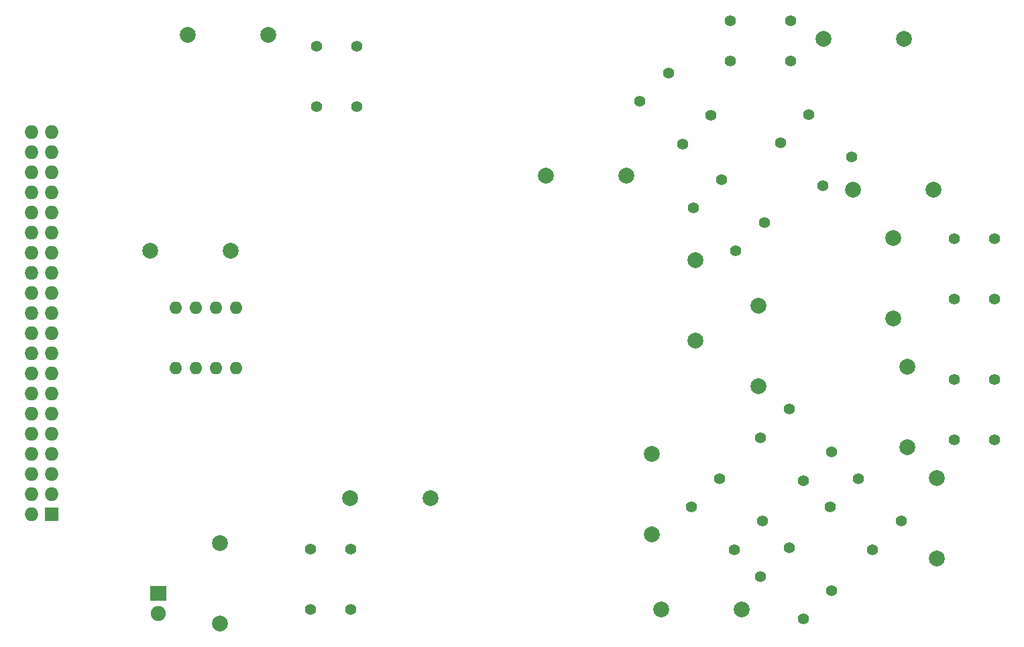
<source format=gbs>
G04 #@! TF.FileFunction,Soldermask,Bot*
%FSLAX46Y46*%
G04 Gerber Fmt 4.6, Leading zero omitted, Abs format (unit mm)*
G04 Created by KiCad (PCBNEW (2015-12-28 BZR 6407, Git 3dff6c0)-product) date Sun 24 Jan 2016 05:08:26 PM EST*
%MOMM*%
G01*
G04 APERTURE LIST*
%ADD10C,0.100000*%
%ADD11R,2.000000X1.900000*%
%ADD12C,1.900000*%
%ADD13O,1.600000X1.600000*%
%ADD14R,1.727200X1.727200*%
%ADD15O,1.727200X1.727200*%
%ADD16C,1.998980*%
%ADD17C,1.397000*%
G04 APERTURE END LIST*
D10*
D11*
X38750000Y-88000000D03*
D12*
X38750000Y-90540000D03*
D13*
X48530000Y-59540000D03*
X45990000Y-59540000D03*
X43450000Y-59540000D03*
X40910000Y-59540000D03*
X40910000Y-51920000D03*
X43450000Y-51920000D03*
X45990000Y-51920000D03*
X48530000Y-51920000D03*
D14*
X25210000Y-78010000D03*
D15*
X22670000Y-78010000D03*
X25210000Y-75470000D03*
X22670000Y-75470000D03*
X25210000Y-72930000D03*
X22670000Y-72930000D03*
X25210000Y-70390000D03*
X22670000Y-70390000D03*
X25210000Y-67850000D03*
X22670000Y-67850000D03*
X25210000Y-65310000D03*
X22670000Y-65310000D03*
X25210000Y-62770000D03*
X22670000Y-62770000D03*
X25210000Y-60230000D03*
X22670000Y-60230000D03*
X25210000Y-57690000D03*
X22670000Y-57690000D03*
X25210000Y-55150000D03*
X22670000Y-55150000D03*
X25210000Y-52610000D03*
X22670000Y-52610000D03*
X25210000Y-50070000D03*
X22670000Y-50070000D03*
X25210000Y-47530000D03*
X22670000Y-47530000D03*
X25210000Y-44990000D03*
X22670000Y-44990000D03*
X25210000Y-42450000D03*
X22670000Y-42450000D03*
X25210000Y-39910000D03*
X22670000Y-39910000D03*
X25210000Y-37370000D03*
X22670000Y-37370000D03*
X25210000Y-34830000D03*
X22670000Y-34830000D03*
X25210000Y-32290000D03*
X22670000Y-32290000D03*
X25210000Y-29750000D03*
X22670000Y-29750000D03*
D16*
X132830000Y-18000000D03*
X122670000Y-18000000D03*
X133250000Y-59420000D03*
X133250000Y-69580000D03*
X101000000Y-80580000D03*
X101000000Y-70420000D03*
X126420000Y-37000000D03*
X136580000Y-37000000D03*
X131500000Y-43170000D03*
X131500000Y-53330000D03*
X137000000Y-83580000D03*
X137000000Y-73420000D03*
X106500000Y-45920000D03*
X106500000Y-56080000D03*
X62920000Y-76000000D03*
X73080000Y-76000000D03*
X112330000Y-90000000D03*
X102170000Y-90000000D03*
X97830000Y-35250000D03*
X87670000Y-35250000D03*
X52580000Y-17500000D03*
X42420000Y-17500000D03*
X114500000Y-61830000D03*
X114500000Y-51670000D03*
X46500000Y-81670000D03*
X46500000Y-91830000D03*
X47830000Y-44750000D03*
X37670000Y-44750000D03*
D17*
X106009872Y-77101974D03*
X109601974Y-73509872D03*
X111398026Y-82490128D03*
X114990128Y-78898026D03*
X132490128Y-78898026D03*
X128898026Y-82490128D03*
X127101974Y-73509872D03*
X123509872Y-77101974D03*
X114759872Y-85851974D03*
X118351974Y-82259872D03*
X120148026Y-91240128D03*
X123740128Y-87648026D03*
X114759872Y-68351974D03*
X118351974Y-64759872D03*
X120148026Y-73740128D03*
X123740128Y-70148026D03*
X118560000Y-15710000D03*
X118560000Y-20790000D03*
X110940000Y-15710000D03*
X110940000Y-20790000D03*
X139190000Y-60980000D03*
X144270000Y-60980000D03*
X139190000Y-68600000D03*
X144270000Y-68600000D03*
X117259872Y-31101974D03*
X120851974Y-27509872D03*
X122648026Y-36490128D03*
X126240128Y-32898026D03*
X139190000Y-43200000D03*
X144270000Y-43200000D03*
X139190000Y-50820000D03*
X144270000Y-50820000D03*
X106259872Y-39351974D03*
X109851974Y-35759872D03*
X111648026Y-44740128D03*
X115240128Y-41148026D03*
X63040000Y-82440000D03*
X57960000Y-82440000D03*
X63040000Y-90060000D03*
X57960000Y-90060000D03*
X99509872Y-25851974D03*
X103101974Y-22259872D03*
X104898026Y-31240128D03*
X108490128Y-27648026D03*
X63790000Y-18940000D03*
X58710000Y-18940000D03*
X63790000Y-26560000D03*
X58710000Y-26560000D03*
M02*

</source>
